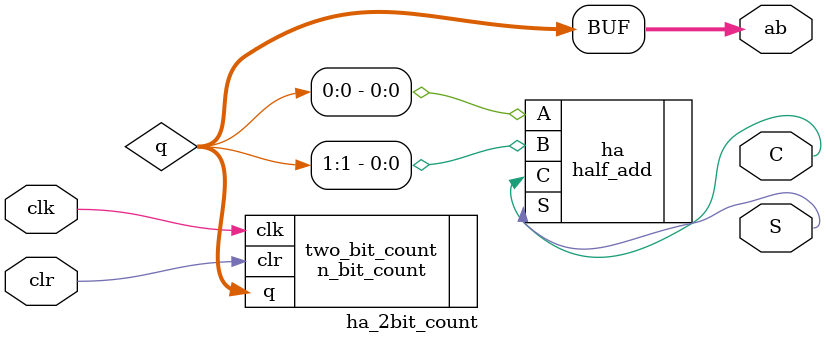
<source format=v>
`timescale 1ns / 1ps


module ha_2bit_count(
    //half adder vars
    output S,
    output C,

    //2 bit counter vars
    input clk,
    input clr,
    output [1:0] ab
    );
    wire[1:0] q;
    assign ab = q; //so that we can see the inputs
    
    n_bit_count #(.N(2)) two_bit_count(.clk(clk),.clr(clr), .q(q));
    half_add ha(.A(q[0]),.B(q[1]),.C(C),.S(S));


endmodule

</source>
